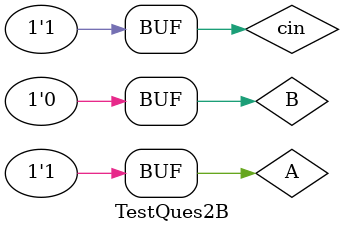
<source format=v>
`timescale 1ns / 1ps


module TestQues2B;

	// Inputs
	reg A;
	reg B;
	reg cin;

	// Outputs
	wire S;
	wire cout;

	// Instantiate the Unit Under Test (UUT)
	Question2B uut (
		.A(A), 
		.B(B), 
		.cin(cin), 
		.S(S), 
		.cout(cout)
	);

	initial begin
		// Initialize Inputs
		A = 0;
		B = 0;
		cin = 0;

		// Wait 100 ns for global reset to finish
		#100;
        
		// Add stimulus here
		A = 1;
		B = 0;
		cin = 0;
		
		#100;
		
		A = 1;
		B = 1;
		cin = 1;
		
		#100;
		
		A = 1;
		B = 0;
		cin = 1;

	end
      
endmodule


</source>
